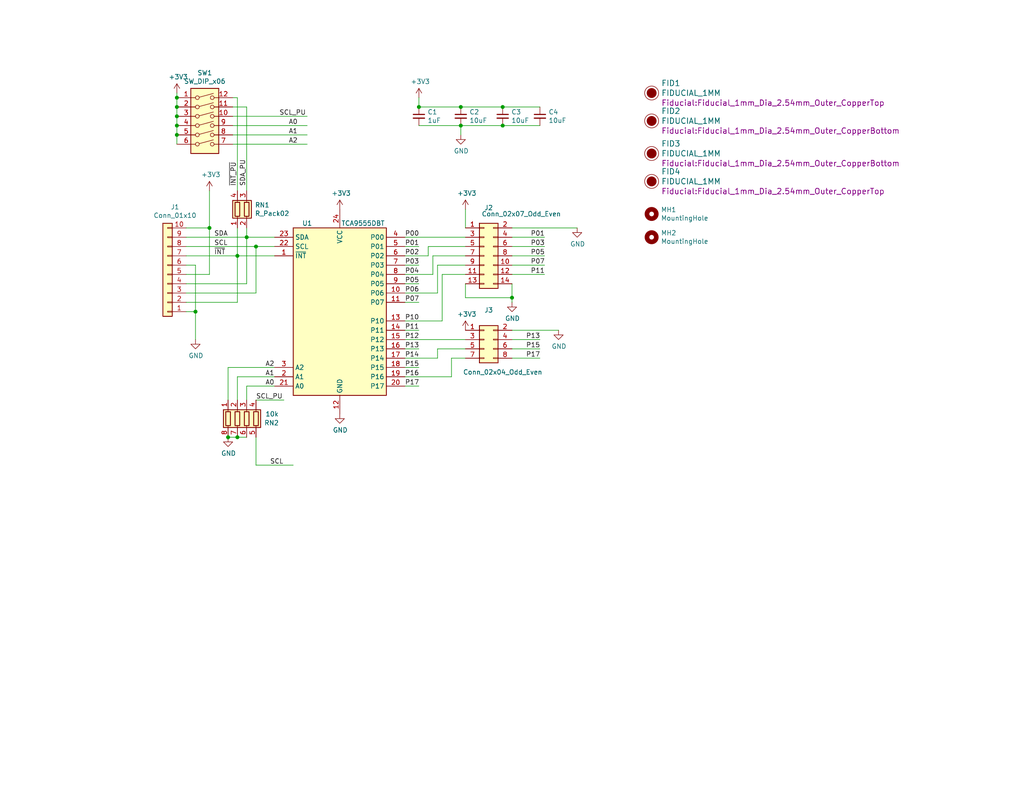
<source format=kicad_sch>
(kicad_sch (version 20230121) (generator eeschema)
  (paper "USLetter")
  (lib_symbols
    (symbol "Connector_Generic:Conn_01x10" (pin_names (offset 1.016) hide)
      (property "Reference" "J" (at 0 12.7 0))
      (property "Value" "Conn_01x10" (at 0 -15.24 0))
      (symbol "Conn_01x10_1_1"
        (rectangle (start -1.27 -12.573) (end 0 -12.827) (stroke (width 0.1524)))
        (rectangle (start -1.27 -10.033) (end 0 -10.287) (stroke (width 0.1524)))
        (rectangle (start -1.27 -7.493) (end 0 -7.747) (stroke (width 0.1524)))
        (rectangle (start -1.27 -4.953) (end 0 -5.207) (stroke (width 0.1524)))
        (rectangle (start -1.27 -2.413) (end 0 -2.667) (stroke (width 0.1524)))
        (rectangle (start -1.27 0.127) (end 0 -0.127) (stroke (width 0.1524)))
        (rectangle (start -1.27 2.667) (end 0 2.413) (stroke (width 0.1524)))
        (rectangle (start -1.27 5.207) (end 0 4.953) (stroke (width 0.1524)))
        (rectangle (start -1.27 7.747) (end 0 7.493) (stroke (width 0.1524)))
        (rectangle (start -1.27 10.287) (end 0 10.033) (stroke (width 0.1524)))
        (rectangle (start -1.27 11.43) (end 1.27 -13.97) (stroke (width 0.254)) (fill (type background)))
        (pin passive line (at -5.08 10.16 0) (length 3.81) (name "Pin_1") (number "1"))
        (pin passive line (at -5.08 -12.7 0) (length 3.81) (name "Pin_10") (number "10"))
        (pin passive line (at -5.08 7.62 0) (length 3.81) (name "Pin_2") (number "2"))
        (pin passive line (at -5.08 5.08 0) (length 3.81) (name "Pin_3") (number "3"))
        (pin passive line (at -5.08 2.54 0) (length 3.81) (name "Pin_4") (number "4"))
        (pin passive line (at -5.08 0 0) (length 3.81) (name "Pin_5") (number "5"))
        (pin passive line (at -5.08 -2.54 0) (length 3.81) (name "Pin_6") (number "6"))
        (pin passive line (at -5.08 -5.08 0) (length 3.81) (name "Pin_7") (number "7"))
        (pin passive line (at -5.08 -7.62 0) (length 3.81) (name "Pin_8") (number "8"))
        (pin passive line (at -5.08 -10.16 0) (length 3.81) (name "Pin_9") (number "9"))
      )
    )
    (symbol "Connector_Generic:Conn_02x07_Odd_Even" (pin_names (offset 1.016) hide)
      (property "Reference" "J" (at 1.27 10.16 0))
      (property "Value" "Conn_02x07_Odd_Even" (at 1.27 -10.16 0))
      (symbol "Conn_02x07_Odd_Even_1_1"
        (rectangle (start -1.27 -7.493) (end 0 -7.747) (stroke (width 0.1524)))
        (rectangle (start -1.27 -4.953) (end 0 -5.207) (stroke (width 0.1524)))
        (rectangle (start -1.27 -2.413) (end 0 -2.667) (stroke (width 0.1524)))
        (rectangle (start -1.27 0.127) (end 0 -0.127) (stroke (width 0.1524)))
        (rectangle (start -1.27 2.667) (end 0 2.413) (stroke (width 0.1524)))
        (rectangle (start -1.27 5.207) (end 0 4.953) (stroke (width 0.1524)))
        (rectangle (start -1.27 7.747) (end 0 7.493) (stroke (width 0.1524)))
        (rectangle (start -1.27 8.89) (end 3.81 -8.89) (stroke (width 0.254)) (fill (type background)))
        (rectangle (start 3.81 -7.493) (end 2.54 -7.747) (stroke (width 0.1524)))
        (rectangle (start 3.81 -4.953) (end 2.54 -5.207) (stroke (width 0.1524)))
        (rectangle (start 3.81 -2.413) (end 2.54 -2.667) (stroke (width 0.1524)))
        (rectangle (start 3.81 0.127) (end 2.54 -0.127) (stroke (width 0.1524)))
        (rectangle (start 3.81 2.667) (end 2.54 2.413) (stroke (width 0.1524)))
        (rectangle (start 3.81 5.207) (end 2.54 4.953) (stroke (width 0.1524)))
        (rectangle (start 3.81 7.747) (end 2.54 7.493) (stroke (width 0.1524)))
        (pin passive line (at -5.08 7.62 0) (length 3.81) (name "Pin_1") (number "1"))
        (pin passive line (at 7.62 -2.54 180) (length 3.81) (name "Pin_10") (number "10"))
        (pin passive line (at -5.08 -5.08 0) (length 3.81) (name "Pin_11") (number "11"))
        (pin passive line (at 7.62 -5.08 180) (length 3.81) (name "Pin_12") (number "12"))
        (pin passive line (at -5.08 -7.62 0) (length 3.81) (name "Pin_13") (number "13"))
        (pin passive line (at 7.62 -7.62 180) (length 3.81) (name "Pin_14") (number "14"))
        (pin passive line (at 7.62 7.62 180) (length 3.81) (name "Pin_2") (number "2"))
        (pin passive line (at -5.08 5.08 0) (length 3.81) (name "Pin_3") (number "3"))
        (pin passive line (at 7.62 5.08 180) (length 3.81) (name "Pin_4") (number "4"))
        (pin passive line (at -5.08 2.54 0) (length 3.81) (name "Pin_5") (number "5"))
        (pin passive line (at 7.62 2.54 180) (length 3.81) (name "Pin_6") (number "6"))
        (pin passive line (at -5.08 0 0) (length 3.81) (name "Pin_7") (number "7"))
        (pin passive line (at 7.62 0 180) (length 3.81) (name "Pin_8") (number "8"))
        (pin passive line (at -5.08 -2.54 0) (length 3.81) (name "Pin_9") (number "9"))
      )
    )
    (symbol "Device:C_Small" (pin_numbers hide) (pin_names (offset 0.254) hide)
      (property "Reference" "C" (at 0.254 1.778 0))
      (property "Value" "C_Small" (at 0.254 -2.032 0))
      (symbol "C_Small_0_1"
        (polyline (pts (xy -1.524 -0.508) (xy 1.524 -0.508)) (stroke (width 0.3302)))
        (polyline (pts (xy -1.524 0.508) (xy 1.524 0.508)) (stroke (width 0.3048)))
      )
      (symbol "C_Small_1_1"
        (pin passive line (at 0 2.54 270) (length 2.032) (name "~") (number "1"))
        (pin passive line (at 0 -2.54 90) (length 2.032) (name "~") (number "2"))
      )
    )
    (symbol "Device:R_Pack04" (pin_names (offset 0) hide)
      (property "Reference" "RN" (at -7.62 0 90))
      (property "Value" "R_Pack04" (at 5.08 0 90))
      (symbol "R_Pack04_0_1"
        (rectangle (start -6.35 -2.413) (end 3.81 2.413) (stroke (width 0.254)) (fill (type background)))
        (rectangle (start -5.715 1.905) (end -4.445 -1.905) (stroke (width 0.254)))
        (rectangle (start -3.175 1.905) (end -1.905 -1.905) (stroke (width 0.254)))
        (rectangle (start -0.635 1.905) (end 0.635 -1.905) (stroke (width 0.254)))
        (polyline (pts (xy -5.08 -2.54) (xy -5.08 -1.905)))
        (polyline (pts (xy -5.08 1.905) (xy -5.08 2.54)))
        (polyline (pts (xy -2.54 -2.54) (xy -2.54 -1.905)))
        (polyline (pts (xy -2.54 1.905) (xy -2.54 2.54)))
        (polyline (pts (xy 0 -2.54) (xy 0 -1.905)))
        (polyline (pts (xy 0 1.905) (xy 0 2.54)))
        (polyline (pts (xy 2.54 -2.54) (xy 2.54 -1.905)))
        (polyline (pts (xy 2.54 1.905) (xy 2.54 2.54)))
        (rectangle (start 1.905 1.905) (end 3.175 -1.905) (stroke (width 0.254)))
      )
      (symbol "R_Pack04_1_1"
        (pin passive line (at -5.08 -5.08 90) (length 2.54) (name "R1.1") (number "1"))
        (pin passive line (at -2.54 -5.08 90) (length 2.54) (name "R2.1") (number "2"))
        (pin passive line (at 0 -5.08 90) (length 2.54) (name "R3.1") (number "3"))
        (pin passive line (at 2.54 -5.08 90) (length 2.54) (name "R4.1") (number "4"))
        (pin passive line (at 2.54 5.08 270) (length 2.54) (name "R4.2") (number "5"))
        (pin passive line (at 0 5.08 270) (length 2.54) (name "R3.2") (number "6"))
        (pin passive line (at -2.54 5.08 270) (length 2.54) (name "R2.2") (number "7"))
        (pin passive line (at -5.08 5.08 270) (length 2.54) (name "R1.2") (number "8"))
      )
    )
    (symbol "Interface_Expansion:TCA9555DBT"
      (property "Reference" "U" (at -11.43 24.13 0))
      (property "Value" "TCA9555DBT" (at 0 0 0))
      (symbol "TCA9555DBT_0_1"
        (rectangle (start -12.7 22.86) (end 12.7 -22.86) (stroke (width 0.254)) (fill (type background)))
      )
      (symbol "TCA9555DBT_1_1"
        (pin open_collector line (at -17.78 15.24 0) (length 5.08) (name "~{INT}") (number "1"))
        (pin bidirectional line (at 17.78 5.08 180) (length 5.08) (name "P06") (number "10"))
        (pin bidirectional line (at 17.78 2.54 180) (length 5.08) (name "P07") (number "11"))
        (pin power_in line (at 0 -27.94 90) (length 5.08) (name "GND") (number "12"))
        (pin bidirectional line (at 17.78 -2.54 180) (length 5.08) (name "P10") (number "13"))
        (pin bidirectional line (at 17.78 -5.08 180) (length 5.08) (name "P11") (number "14"))
        (pin bidirectional line (at 17.78 -7.62 180) (length 5.08) (name "P12") (number "15"))
        (pin bidirectional line (at 17.78 -10.16 180) (length 5.08) (name "P13") (number "16"))
        (pin bidirectional line (at 17.78 -12.7 180) (length 5.08) (name "P14") (number "17"))
        (pin bidirectional line (at 17.78 -15.24 180) (length 5.08) (name "P15") (number "18"))
        (pin bidirectional line (at 17.78 -17.78 180) (length 5.08) (name "P16") (number "19"))
        (pin input line (at -17.78 -17.78 0) (length 5.08) (name "A1") (number "2"))
        (pin bidirectional line (at 17.78 -20.32 180) (length 5.08) (name "P17") (number "20"))
        (pin input line (at -17.78 -20.32 0) (length 5.08) (name "A0") (number "21"))
        (pin input line (at -17.78 17.78 0) (length 5.08) (name "SCL") (number "22"))
        (pin bidirectional line (at -17.78 20.32 0) (length 5.08) (name "SDA") (number "23"))
        (pin power_in line (at 0 27.94 270) (length 5.08) (name "VCC") (number "24"))
        (pin input line (at -17.78 -15.24 0) (length 5.08) (name "A2") (number "3"))
        (pin bidirectional line (at 17.78 20.32 180) (length 5.08) (name "P00") (number "4"))
        (pin bidirectional line (at 17.78 17.78 180) (length 5.08) (name "P01") (number "5"))
        (pin bidirectional line (at 17.78 15.24 180) (length 5.08) (name "P02") (number "6"))
        (pin bidirectional line (at 17.78 12.7 180) (length 5.08) (name "P03") (number "7"))
        (pin bidirectional line (at 17.78 10.16 180) (length 5.08) (name "P04") (number "8"))
        (pin bidirectional line (at 17.78 7.62 180) (length 5.08) (name "P05") (number "9"))
      )
    )
    (symbol "Mechanical:MountingHole" (pin_names (offset 1.016))
      (property "Reference" "H" (at 0 5.08 0))
      (property "Value" "MountingHole" (at 0 3.175 0))
      (symbol "MountingHole_0_1"
        (circle (center 0 0) (radius 1.27) (stroke (width 1.27)))
      )
    )
    (symbol "Switch:SW_DIP_x06" (pin_names (offset 0) hide)
      (property "Reference" "SW" (at 0 11.43 0))
      (property "Value" "SW_DIP_x06" (at 0 -8.89 0))
      (symbol "SW_DIP_x06_0_0"
        (circle (center -2.032 -5.08) (radius 0.508))
        (circle (center -2.032 -2.54) (radius 0.508))
        (circle (center -2.032 0) (radius 0.508))
        (circle (center -2.032 2.54) (radius 0.508))
        (circle (center -2.032 5.08) (radius 0.508))
        (circle (center -2.032 7.62) (radius 0.508))
        (polyline (pts (xy -1.524 -4.9276) (xy 2.3622 -3.8862)))
        (polyline (pts (xy -1.524 -2.3876) (xy 2.3622 -1.3462)))
        (polyline (pts (xy -1.524 0.127) (xy 2.3622 1.1684)))
        (polyline (pts (xy -1.524 2.667) (xy 2.3622 3.7084)))
        (polyline (pts (xy -1.524 5.207) (xy 2.3622 6.2484)))
        (polyline (pts (xy -1.524 7.747) (xy 2.3622 8.7884)))
        (circle (center 2.032 -5.08) (radius 0.508))
        (circle (center 2.032 -2.54) (radius 0.508))
        (circle (center 2.032 0) (radius 0.508))
        (circle (center 2.032 2.54) (radius 0.508))
        (circle (center 2.032 5.08) (radius 0.508))
        (circle (center 2.032 7.62) (radius 0.508))
      )
      (symbol "SW_DIP_x06_0_1"
        (rectangle (start -3.81 10.16) (end 3.81 -7.62) (stroke (width 0.254)) (fill (type background)))
      )
      (symbol "SW_DIP_x06_1_1"
        (pin passive line (at -7.62 7.62 0) (length 5.08) (name "~") (number "1"))
        (pin passive line (at 7.62 2.54 180) (length 5.08) (name "~") (number "10"))
        (pin passive line (at 7.62 5.08 180) (length 5.08) (name "~") (number "11"))
        (pin passive line (at 7.62 7.62 180) (length 5.08) (name "~") (number "12"))
        (pin passive line (at -7.62 5.08 0) (length 5.08) (name "~") (number "2"))
        (pin passive line (at -7.62 2.54 0) (length 5.08) (name "~") (number "3"))
        (pin passive line (at -7.62 0 0) (length 5.08) (name "~") (number "4"))
        (pin passive line (at -7.62 -2.54 0) (length 5.08) (name "~") (number "5"))
        (pin passive line (at -7.62 -5.08 0) (length 5.08) (name "~") (number "6"))
        (pin passive line (at 7.62 -5.08 180) (length 5.08) (name "~") (number "7"))
        (pin passive line (at 7.62 -2.54 180) (length 5.08) (name "~") (number "8"))
        (pin passive line (at 7.62 0 180) (length 5.08) (name "~") (number "9"))
      )
    )
    (symbol "gpio-expander-rescue:+3.3V-power" (power) (pin_names (offset 0))
      (property "Value" "+3.3V-power" (at 0 3.556 0))
      (symbol "+3.3V-power_0_1"
        (polyline (pts (xy -0.762 1.27) (xy 0 2.54)))
        (polyline (pts (xy 0 0) (xy 0 2.54)))
        (polyline (pts (xy 0 2.54) (xy 0.762 1.27)))
      )
      (symbol "+3.3V-power_1_1"
        (pin power_in line (at 0 0 90) (length 0) hide (name "+3V3") (number "1"))
      )
    )
    (symbol "gpio-expander-rescue:Conn_02x04_Odd_Even-Connector" (pin_names (offset 1.016) hide)
      (property "Reference" "J" (at 1.27 5.08 0))
      (property "Value" "Connector:Conn_02x04_Odd_Even" (at 1.27 -7.62 0))
      (symbol "Conn_02x04_Odd_Even-Connector_1_1"
        (rectangle (start -1.27 -4.953) (end 0 -5.207) (stroke (width 0.1524)))
        (rectangle (start -1.27 -2.413) (end 0 -2.667) (stroke (width 0.1524)))
        (rectangle (start -1.27 0.127) (end 0 -0.127) (stroke (width 0.1524)))
        (rectangle (start -1.27 2.667) (end 0 2.413) (stroke (width 0.1524)))
        (rectangle (start -1.27 3.81) (end 3.81 -6.35) (stroke (width 0.254)) (fill (type background)))
        (rectangle (start 3.81 -4.953) (end 2.54 -5.207) (stroke (width 0.1524)))
        (rectangle (start 3.81 -2.413) (end 2.54 -2.667) (stroke (width 0.1524)))
        (rectangle (start 3.81 0.127) (end 2.54 -0.127) (stroke (width 0.1524)))
        (rectangle (start 3.81 2.667) (end 2.54 2.413) (stroke (width 0.1524)))
        (pin passive line (at -5.08 2.54 0) (length 3.81) (name "Pin_1") (number "1"))
        (pin passive line (at 7.62 2.54 180) (length 3.81) (name "Pin_2") (number "2"))
        (pin passive line (at -5.08 0 0) (length 3.81) (name "Pin_3") (number "3"))
        (pin passive line (at 7.62 0 180) (length 3.81) (name "Pin_4") (number "4"))
        (pin passive line (at -5.08 -2.54 0) (length 3.81) (name "Pin_5") (number "5"))
        (pin passive line (at 7.62 -2.54 180) (length 3.81) (name "Pin_6") (number "6"))
        (pin passive line (at -5.08 -5.08 0) (length 3.81) (name "Pin_7") (number "7"))
        (pin passive line (at 7.62 -5.08 180) (length 3.81) (name "Pin_8") (number "8"))
      )
    )
    (symbol "gpio-expander-rescue:FIDUCIAL_1MM-fiducial" (pin_names (offset 1.016))
      (property "Reference" "FID" (at 0 3.175 0))
      (property "Value" "fiducial:FIDUCIAL_1MM" (at 0 -3.175 0))
      (symbol "FIDUCIAL_1MM-fiducial_0_1"
        (circle (center 0 0) (radius 1.27) (fill (type outline)))
        (circle (center 0 0) (radius 1.905))
      )
    )
    (symbol "gpio-expander-rescue:R_Pack02-device" (pin_names (offset 0) hide)
      (property "Reference" "RN" (at -5.08 0 90))
      (property "Value" "device:R_Pack02" (at 2.54 0 90))
      (symbol "R_Pack02-device_0_1"
        (rectangle (start -3.81 -2.413) (end 1.27 2.413) (stroke (width 0.254)) (fill (type background)))
        (rectangle (start -3.175 1.905) (end -1.905 -1.905) (stroke (width 0.254)))
        (rectangle (start -0.635 1.905) (end 0.635 -1.905) (stroke (width 0.254)))
        (polyline (pts (xy -2.54 -2.54) (xy -2.54 -1.905)))
        (polyline (pts (xy -2.54 1.905) (xy -2.54 2.54)))
        (polyline (pts (xy 0 -2.54) (xy 0 -1.905)))
        (polyline (pts (xy 0 1.905) (xy 0 2.54)))
      )
      (symbol "R_Pack02-device_1_1"
        (pin passive line (at -2.54 -5.08 90) (length 2.54) (name "R1.1") (number "1"))
        (pin passive line (at 0 -5.08 90) (length 2.54) (name "R2.1") (number "2"))
        (pin passive line (at 0 5.08 270) (length 2.54) (name "R2.2") (number "3"))
        (pin passive line (at -2.54 5.08 270) (length 2.54) (name "R1.2") (number "4"))
      )
    )
    (symbol "power:GND" (power) (pin_names (offset 0))
      (property "Value" "GND" (at 0 -3.81 0))
      (symbol "GND_0_1"
        (polyline (pts (xy 0 0) (xy 0 -1.27) (xy 1.27 -1.27) (xy 0 -2.54) (xy -1.27 -1.27) (xy 0 -1.27)))
      )
      (symbol "GND_1_1"
        (pin power_in line (at 0 0 270) (length 0) hide (name "GND") (number "1"))
      )
    )
  )
  (junction (at 64.77 119.38))
  (junction (at 125.73 34.29))
  (junction (at 62.23 119.38))
  (junction (at 57.15 62.23))
  (junction (at 53.34 85.09))
  (junction (at 139.7 81.28))
  (junction (at 64.77 69.85))
  (junction (at 48.26 29.21))
  (junction (at 48.26 34.29))
  (junction (at 67.31 64.77))
  (junction (at 48.26 26.67))
  (junction (at 137.16 34.29))
  (junction (at 125.73 29.21))
  (junction (at 48.26 36.83))
  (junction (at 48.26 31.75))
  (junction (at 137.16 29.21))
  (junction (at 114.3 29.21))
  (junction (at 69.85 67.31))
  (wire (pts (xy 48.26 29.21) (xy 48.26 31.75)))
  (wire (pts (xy 125.73 29.21) (xy 114.3 29.21)))
  (wire (pts (xy 110.49 105.41) (xy 114.3 105.41)))
  (wire (pts (xy 74.93 105.41) (xy 67.31 105.41)))
  (wire (pts (xy 139.7 62.23) (xy 157.48 62.23)))
  (wire (pts (xy 64.77 62.23) (xy 64.77 69.85)))
  (wire (pts (xy 63.5 36.83) (xy 83.82 36.83)))
  (wire (pts (xy 125.73 29.21) (xy 137.16 29.21)))
  (wire (pts (xy 123.19 97.79) (xy 127 97.79)))
  (wire (pts (xy 67.31 62.23) (xy 67.31 64.77)))
  (wire (pts (xy 116.84 67.31) (xy 116.84 69.85)))
  (wire (pts (xy 50.8 77.47) (xy 67.31 77.47)))
  (wire (pts (xy 110.49 97.79) (xy 119.38 97.79)))
  (wire (pts (xy 48.26 26.67) (xy 48.26 29.21)))
  (wire (pts (xy 125.73 34.29) (xy 137.16 34.29)))
  (wire (pts (xy 139.7 67.31) (xy 148.59 67.31)))
  (wire (pts (xy 118.11 74.93) (xy 110.49 74.93)))
  (wire (pts (xy 110.49 90.17) (xy 114.3 90.17)))
  (wire (pts (xy 120.65 87.63) (xy 120.65 74.93)))
  (wire (pts (xy 63.5 26.67) (xy 64.77 26.67)))
  (wire (pts (xy 123.19 102.87) (xy 123.19 97.79)))
  (wire (pts (xy 147.32 29.21) (xy 137.16 29.21)))
  (wire (pts (xy 67.31 64.77) (xy 67.31 77.47)))
  (wire (pts (xy 119.38 95.25) (xy 127 95.25)))
  (wire (pts (xy 139.7 64.77) (xy 148.59 64.77)))
  (wire (pts (xy 62.23 100.33) (xy 74.93 100.33)))
  (wire (pts (xy 110.49 100.33) (xy 114.3 100.33)))
  (wire (pts (xy 63.5 34.29) (xy 83.82 34.29)))
  (wire (pts (xy 116.84 69.85) (xy 110.49 69.85)))
  (wire (pts (xy 119.38 97.79) (xy 119.38 95.25)))
  (wire (pts (xy 116.84 67.31) (xy 127 67.31)))
  (wire (pts (xy 67.31 119.38) (xy 64.77 119.38)))
  (wire (pts (xy 127 72.39) (xy 119.38 72.39)))
  (wire (pts (xy 127 77.47) (xy 127 81.28)))
  (wire (pts (xy 48.26 36.83) (xy 48.26 39.37)))
  (wire (pts (xy 120.65 74.93) (xy 127 74.93)))
  (wire (pts (xy 53.34 92.71) (xy 53.34 85.09)))
  (wire (pts (xy 50.8 82.55) (xy 64.77 82.55)))
  (wire (pts (xy 63.5 29.21) (xy 67.31 29.21)))
  (wire (pts (xy 110.49 102.87) (xy 123.19 102.87)))
  (wire (pts (xy 110.49 82.55) (xy 114.3 82.55)))
  (wire (pts (xy 127 64.77) (xy 110.49 64.77)))
  (wire (pts (xy 69.85 109.22) (xy 77.47 109.22)))
  (wire (pts (xy 139.7 90.17) (xy 152.4 90.17)))
  (wire (pts (xy 62.23 100.33) (xy 62.23 109.22)))
  (wire (pts (xy 64.77 119.38) (xy 62.23 119.38)))
  (wire (pts (xy 114.3 29.21) (xy 114.3 26.67)))
  (wire (pts (xy 64.77 102.87) (xy 74.93 102.87)))
  (wire (pts (xy 50.8 74.93) (xy 57.15 74.93)))
  (wire (pts (xy 48.26 34.29) (xy 48.26 36.83)))
  (wire (pts (xy 119.38 72.39) (xy 119.38 80.01)))
  (wire (pts (xy 48.26 25.4) (xy 48.26 26.67)))
  (wire (pts (xy 137.16 34.29) (xy 147.32 34.29)))
  (wire (pts (xy 50.8 64.77) (xy 67.31 64.77)))
  (wire (pts (xy 69.85 67.31) (xy 74.93 67.31)))
  (wire (pts (xy 125.73 34.29) (xy 114.3 34.29)))
  (wire (pts (xy 118.11 69.85) (xy 118.11 74.93)))
  (wire (pts (xy 57.15 52.07) (xy 57.15 62.23)))
  (wire (pts (xy 63.5 31.75) (xy 83.82 31.75)))
  (wire (pts (xy 64.77 109.22) (xy 64.77 102.87)))
  (wire (pts (xy 50.8 62.23) (xy 57.15 62.23)))
  (wire (pts (xy 50.8 67.31) (xy 69.85 67.31)))
  (wire (pts (xy 125.73 36.83) (xy 125.73 34.29)))
  (wire (pts (xy 53.34 72.39) (xy 50.8 72.39)))
  (wire (pts (xy 127 69.85) (xy 118.11 69.85)))
  (wire (pts (xy 67.31 29.21) (xy 67.31 52.07)))
  (wire (pts (xy 64.77 69.85) (xy 74.93 69.85)))
  (wire (pts (xy 64.77 69.85) (xy 64.77 82.55)))
  (wire (pts (xy 139.7 97.79) (xy 147.32 97.79)))
  (wire (pts (xy 139.7 95.25) (xy 147.32 95.25)))
  (wire (pts (xy 48.26 31.75) (xy 48.26 34.29)))
  (wire (pts (xy 139.7 92.71) (xy 147.32 92.71)))
  (wire (pts (xy 127 62.23) (xy 127 57.15)))
  (wire (pts (xy 139.7 81.28) (xy 139.7 77.47)))
  (wire (pts (xy 50.8 85.09) (xy 53.34 85.09)))
  (wire (pts (xy 139.7 72.39) (xy 148.59 72.39)))
  (wire (pts (xy 119.38 80.01) (xy 110.49 80.01)))
  (wire (pts (xy 110.49 77.47) (xy 114.3 77.47)))
  (wire (pts (xy 64.77 26.67) (xy 64.77 52.07)))
  (wire (pts (xy 110.49 87.63) (xy 120.65 87.63)))
  (wire (pts (xy 50.8 80.01) (xy 69.85 80.01)))
  (wire (pts (xy 69.85 80.01) (xy 69.85 67.31)))
  (wire (pts (xy 50.8 69.85) (xy 64.77 69.85)))
  (wire (pts (xy 69.85 119.38) (xy 69.85 127)))
  (wire (pts (xy 57.15 74.93) (xy 57.15 62.23)))
  (wire (pts (xy 139.7 69.85) (xy 148.59 69.85)))
  (wire (pts (xy 69.85 127) (xy 80.01 127)))
  (wire (pts (xy 53.34 85.09) (xy 53.34 72.39)))
  (wire (pts (xy 67.31 64.77) (xy 74.93 64.77)))
  (wire (pts (xy 127 81.28) (xy 139.7 81.28)))
  (wire (pts (xy 139.7 74.93) (xy 148.59 74.93)))
  (wire (pts (xy 67.31 105.41) (xy 67.31 109.22)))
  (wire (pts (xy 110.49 95.25) (xy 114.3 95.25)))
  (wire (pts (xy 110.49 92.71) (xy 127 92.71)))
  (wire (pts (xy 139.7 82.55) (xy 139.7 81.28)))
  (wire (pts (xy 110.49 67.31) (xy 114.3 67.31)))
  (wire (pts (xy 110.49 72.39) (xy 114.3 72.39)))
  (wire (pts (xy 63.5 39.37) (xy 83.82 39.37)))
  (label "A0" (at 78.74 34.29 0))
  (label "P05" (at 144.78 69.85 0))
  (label "A2" (at 78.74 39.37 0))
  (label "P16" (at 110.49 102.87 0))
  (label "~{INT_PU}" (at 64.77 50.8 90))
  (label "SDA" (at 58.42 64.77 0))
  (label "SCL" (at 73.66 127 0))
  (label "P12" (at 110.49 92.71 0))
  (label "A2" (at 72.39 100.33 0))
  (label "A1" (at 78.74 36.83 0))
  (label "P06" (at 110.49 80.01 0))
  (label "P15" (at 143.51 95.25 0))
  (label "P13" (at 143.51 92.71 0))
  (label "P11" (at 110.49 90.17 0))
  (label "A1" (at 72.39 102.87 0))
  (label "P05" (at 110.49 77.47 0))
  (label "P14" (at 110.49 97.79 0))
  (label "P03" (at 144.78 67.31 0))
  (label "P13" (at 110.49 95.25 0))
  (label "P10" (at 110.49 87.63 0))
  (label "~{INT}" (at 58.42 69.85 0))
  (label "A0" (at 72.39 105.41 0))
  (label "P00" (at 110.49 64.77 0))
  (label "P01" (at 144.78 64.77 0))
  (label "P07" (at 144.78 72.39 0))
  (label "SCL" (at 58.42 67.31 0))
  (label "SDA_PU" (at 67.31 50.8 90))
  (label "P01" (at 110.49 67.31 0))
  (label "P17" (at 143.51 97.79 0))
  (label "P03" (at 110.49 72.39 0))
  (label "P11" (at 144.78 74.93 0))
  (label "P04" (at 110.49 74.93 0))
  (label "P02" (at 110.49 69.85 0))
  (label "P15" (at 110.49 100.33 0))
  (label "P17" (at 110.49 105.41 0))
  (label "SCL_PU" (at 76.2 31.75 0))
  (label "SCL_PU" (at 69.85 109.22 0))
  (label "P07" (at 110.49 82.55 0))
  (symbol (lib_id "Device:C_Small") (at 147.32 31.75 0) (unit 1)
    (property "Reference" "C4" (at 149.6568 30.5816 0) (effects (justify left)))
    (property "Value" "10uF" (at 149.6568 32.893 0) (effects (justify left)))
    (property "Footprint" "Capacitor_SMD:C_0805_2012Metric" (effects hide))
  )
  (symbol (lib_id "Interface_Expansion:TCA9555DBT") (at 92.71 85.09 0) (unit 1)
    (property "Reference" "U1" (at 83.82 60.96 0))
    (property "Value" "TCA9555DBT" (at 99.06 60.96 0))
    (property "Footprint" "Package_SO:TSSOP-24_4.4x7.8mm_P0.65mm" (effects hide))
    (property "Datasheet" "http://www.ti.com/lit/ds/symlink/tca9555.pdf" (effects hide))
  )
  (symbol (lib_id "power:GND") (at 92.71 113.03 0) (unit 1)
    (property "Reference" "#PWR013" (effects hide))
    (property "Value" "GND" (at 92.837 117.4242 0))
  )
  (symbol (lib_id "gpio-expander-rescue:+3.3V-power") (at 92.71 57.15 0) (unit 1)
    (property "Reference" "#PWR05" (effects hide))
    (property "Value" "+3.3V" (at 93.091 52.7558 0))
  )
  (symbol (lib_id "gpio-expander-rescue:+3.3V-power") (at 57.15 52.07 0) (unit 1)
    (property "Reference" "#PWR04" (effects hide))
    (property "Value" "+3.3V" (at 57.531 47.6758 0))
  )
  (symbol (lib_id "power:GND") (at 53.34 92.71 0) (unit 1)
    (property "Reference" "#PWR08" (effects hide))
    (property "Value" "GND" (at 53.467 97.1042 0))
  )
  (symbol (lib_id "Device:C_Small") (at 114.3 31.75 0) (unit 1)
    (property "Reference" "C1" (at 116.6368 30.5816 0) (effects (justify left)))
    (property "Value" "1uF" (at 116.6368 32.893 0) (effects (justify left)))
    (property "Footprint" "Capacitor_SMD:C_0603_1608Metric" (effects hide))
  )
  (symbol (lib_id "Device:C_Small") (at 125.73 31.75 0) (unit 1)
    (property "Reference" "C2" (at 128.0668 30.5816 0) (effects (justify left)))
    (property "Value" "10uF" (at 128.0668 32.893 0) (effects (justify left)))
    (property "Footprint" "Capacitor_SMD:C_0805_2012Metric" (effects hide))
  )
  (symbol (lib_id "gpio-expander-rescue:+3.3V-power") (at 114.3 26.67 0) (unit 1)
    (property "Reference" "#PWR01" (effects hide))
    (property "Value" "+3.3V" (at 114.681 22.2758 0))
  )
  (symbol (lib_id "power:GND") (at 125.73 36.83 0) (unit 1)
    (property "Reference" "#PWR02" (effects hide))
    (property "Value" "GND" (at 125.857 41.2242 0))
  )
  (symbol (lib_id "Connector_Generic:Conn_02x07_Odd_Even") (at 132.08 69.85 0) (unit 1)
    (property "Reference" "J2" (at 133.35 56.7182 0))
    (property "Value" "Conn_02x07_Odd_Even" (at 142.24 58.42 0))
    (property "Footprint" "Pin_Headers:Pin_Header_Angled_2x07_Pitch2.54mm" (effects hide))
  )
  (symbol (lib_id "gpio-expander-rescue:+3.3V-power") (at 127 57.15 0) (unit 1)
    (property "Reference" "#PWR06" (effects hide))
    (property "Value" "+3.3V" (at 127.381 52.7558 0))
  )
  (symbol (lib_id "power:GND") (at 157.48 62.23 0) (unit 1)
    (property "Reference" "#PWR07" (effects hide))
    (property "Value" "GND" (at 157.607 66.6242 0))
  )
  (symbol (lib_id "power:GND") (at 139.7 82.55 0) (unit 1)
    (property "Reference" "#PWR09" (effects hide))
    (property "Value" "GND" (at 139.827 86.9442 0))
  )
  (symbol (lib_id "gpio-expander-rescue:Conn_02x04_Odd_Even-Connector") (at 132.08 92.71 0) (unit 1)
    (property "Reference" "J3" (at 133.35 84.6582 0))
    (property "Value" "Conn_02x04_Odd_Even" (at 137.16 101.6 0))
    (property "Footprint" "Pin_Headers:Pin_Header_Angled_2x04_Pitch2.54mm" (effects hide))
  )
  (symbol (lib_id "gpio-expander-rescue:+3.3V-power") (at 127 90.17 0) (unit 1)
    (property "Reference" "#PWR011" (effects hide))
    (property "Value" "+3.3V" (at 127.381 85.7758 0))
  )
  (symbol (lib_id "power:GND") (at 152.4 90.17 0) (unit 1)
    (property "Reference" "#PWR012" (effects hide))
    (property "Value" "GND" (at 152.527 94.5642 0))
  )
  (symbol (lib_id "Device:R_Pack04") (at 67.31 114.3 0) (mirror x) (unit 1)
    (property "Reference" "RN2" (at 72.0852 115.4684 0) (effects (justify left)))
    (property "Value" "10k" (at 72.39 113.03 0) (effects (justify left)))
    (property "Footprint" "Resistor_SMD:R_Array_Convex_4x0603" (effects hide))
  )
  (symbol (lib_id "Device:C_Small") (at 137.16 31.75 0) (unit 1)
    (property "Reference" "C3" (at 139.4968 30.5816 0) (effects (justify left)))
    (property "Value" "10uF" (at 139.4968 32.893 0) (effects (justify left)))
    (property "Footprint" "Capacitor_SMD:C_0805_2012Metric" (effects hide))
  )
  (symbol (lib_id "gpio-expander-rescue:FIDUCIAL_1MM-fiducial") (at 177.8 25.4 0) (unit 1)
    (property "Reference" "FID1" (at 180.4162 22.7076 0) (effects (font (size 1.524 1.524)) (justify left)))
    (property "Value" "FIDUCIAL_1MM" (at 180.4162 25.4 0) (effects (font (size 1.524 1.524)) (justify left)))
    (property "Footprint" "Fiducial:Fiducial_1mm_Dia_2.54mm_Outer_CopperTop" (at 180.4162 28.0924 0) (effects (font (size 1.524 1.524)) (justify left)))
  )
  (symbol (lib_id "gpio-expander-rescue:FIDUCIAL_1MM-fiducial") (at 177.8 33.02 0) (unit 1)
    (property "Reference" "FID2" (at 180.4162 30.3276 0) (effects (font (size 1.524 1.524)) (justify left)))
    (property "Value" "FIDUCIAL_1MM" (at 180.4162 33.02 0) (effects (font (size 1.524 1.524)) (justify left)))
    (property "Footprint" "Fiducial:Fiducial_1mm_Dia_2.54mm_Outer_CopperBottom" (at 180.4162 35.7124 0) (effects (font (size 1.524 1.524)) (justify left)))
  )
  (symbol (lib_id "gpio-expander-rescue:FIDUCIAL_1MM-fiducial") (at 177.8 41.91 0) (unit 1)
    (property "Reference" "FID3" (at 180.4162 39.2176 0) (effects (font (size 1.524 1.524)) (justify left)))
    (property "Value" "FIDUCIAL_1MM" (at 180.4162 41.91 0) (effects (font (size 1.524 1.524)) (justify left)))
    (property "Footprint" "Fiducial:Fiducial_1mm_Dia_2.54mm_Outer_CopperBottom" (at 180.4162 44.6024 0) (effects (font (size 1.524 1.524)) (justify left)))
  )
  (symbol (lib_id "gpio-expander-rescue:FIDUCIAL_1MM-fiducial") (at 177.8 49.53 0) (unit 1)
    (property "Reference" "FID4" (at 180.4162 46.8376 0) (effects (font (size 1.524 1.524)) (justify left)))
    (property "Value" "FIDUCIAL_1MM" (at 180.4162 49.53 0) (effects (font (size 1.524 1.524)) (justify left)))
    (property "Footprint" "Fiducial:Fiducial_1mm_Dia_2.54mm_Outer_CopperTop" (at 180.4162 52.2224 0) (effects (font (size 1.524 1.524)) (justify left)))
  )
  (symbol (lib_id "Connector_Generic:Conn_01x10") (at 45.72 74.93 180) (unit 1)
    (property "Reference" "J1" (at 47.752 56.515 0))
    (property "Value" "Conn_01x10" (at 47.752 58.8264 0))
    (property "Footprint" "Pin_Headers:Pin_Header_Angled_1x10_Pitch2.54mm" (effects hide))
  )
  (symbol (lib_id "Mechanical:MountingHole") (at 177.8 64.77 0) (unit 1)
    (property "Reference" "MH2" (at 180.34 63.6016 0) (effects (justify left)))
    (property "Value" "MountingHole" (at 180.34 65.913 0) (effects (justify left)))
    (property "Footprint" "MountingHole:MountingHole_2.5mm" (effects hide))
  )
  (symbol (lib_id "Mechanical:MountingHole") (at 177.8 58.42 0) (unit 1)
    (property "Reference" "MH1" (at 180.34 57.2516 0) (effects (justify left)))
    (property "Value" "MountingHole" (at 180.34 59.563 0) (effects (justify left)))
    (property "Footprint" "MountingHole:MountingHole_2.5mm" (effects hide))
  )
  (symbol (lib_id "gpio-expander-rescue:R_Pack02-device") (at 67.31 57.15 0) (unit 1)
    (property "Reference" "RN1" (at 69.5452 55.9816 0) (effects (justify left)))
    (property "Value" "R_Pack02" (at 69.5452 58.293 0) (effects (justify left)))
    (property "Footprint" "Resistor_SMD:R_Array_Concave_2x0603" (effects hide))
  )
  (symbol (lib_id "power:GND") (at 62.23 119.38 0) (unit 1)
    (property "Reference" "#PWR0101" (effects hide))
    (property "Value" "GND" (at 62.357 123.7742 0))
  )
  (symbol (lib_id "Switch:SW_DIP_x06") (at 55.88 34.29 0) (unit 1)
    (property "Reference" "SW1" (at 55.88 19.8882 0))
    (property "Value" "SW_DIP_x06" (at 55.88 22.1996 0))
    (property "Footprint" "Aaron:SW_DIP_SPSTx06_Slide_GrayHill_97C06_W4.5mm_P1.27mm" (effects hide))
  )
  (symbol (lib_id "gpio-expander-rescue:+3.3V-power") (at 48.26 25.4 0) (unit 1)
    (property "Reference" "#PWR0102" (effects hide))
    (property "Value" "+3.3V" (at 48.641 21.0058 0))
  )
)
</source>
